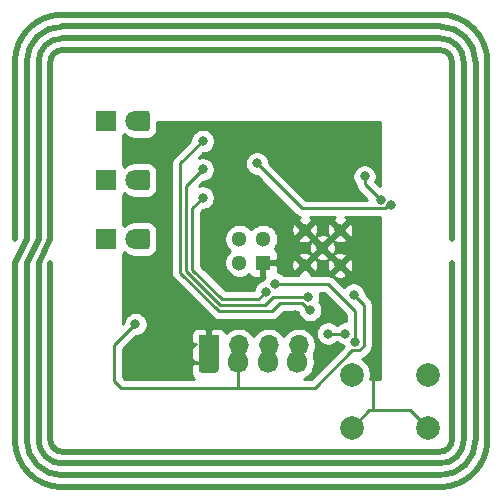
<source format=gbr>
%TF.GenerationSoftware,KiCad,Pcbnew,(5.1.9-0-10_14)*%
%TF.CreationDate,2021-04-13T08:44:54+01:00*%
%TF.ProjectId,PN532,504e3533-322e-46b6-9963-61645f706362,rev?*%
%TF.SameCoordinates,Original*%
%TF.FileFunction,Copper,L2,Bot*%
%TF.FilePolarity,Positive*%
%FSLAX46Y46*%
G04 Gerber Fmt 4.6, Leading zero omitted, Abs format (unit mm)*
G04 Created by KiCad (PCBNEW (5.1.9-0-10_14)) date 2021-04-13 08:44:54*
%MOMM*%
%LPD*%
G01*
G04 APERTURE LIST*
%TA.AperFunction,EtchedComponent*%
%ADD10C,0.500000*%
%TD*%
%TA.AperFunction,ComponentPad*%
%ADD11C,0.500000*%
%TD*%
%TA.AperFunction,ComponentPad*%
%ADD12C,1.800000*%
%TD*%
%TA.AperFunction,ComponentPad*%
%ADD13R,1.800000X1.800000*%
%TD*%
%TA.AperFunction,ComponentPad*%
%ADD14C,2.000000*%
%TD*%
%TA.AperFunction,ComponentPad*%
%ADD15C,1.000000*%
%TD*%
%TA.AperFunction,ComponentPad*%
%ADD16C,1.300000*%
%TD*%
%TA.AperFunction,ComponentPad*%
%ADD17R,1.300000X1.300000*%
%TD*%
%TA.AperFunction,ComponentPad*%
%ADD18O,1.700000X1.850000*%
%TD*%
%TA.AperFunction,ComponentPad*%
%ADD19O,1.700000X1.700000*%
%TD*%
%TA.AperFunction,ComponentPad*%
%ADD20R,1.700000X1.700000*%
%TD*%
%TA.AperFunction,ViaPad*%
%ADD21C,0.800000*%
%TD*%
%TA.AperFunction,Conductor*%
%ADD22C,0.250000*%
%TD*%
%TA.AperFunction,Conductor*%
%ADD23C,0.254000*%
%TD*%
%TA.AperFunction,Conductor*%
%ADD24C,0.100000*%
%TD*%
G04 APERTURE END LIST*
D10*
%TO.C,A1*%
X101000000Y-63000000D02*
X101000000Y-78000000D01*
X102000000Y-78000000D02*
X102000000Y-63000000D01*
X101000000Y-80000000D02*
X102000000Y-78000000D01*
X101000000Y-95000000D02*
X101000000Y-80000000D01*
X103000000Y-78000000D02*
X103000000Y-63000000D01*
X102000000Y-80000000D02*
X103000000Y-78000000D01*
X102000000Y-95000000D02*
X102000000Y-80000000D01*
X104000000Y-78000000D02*
X104000000Y-63000000D01*
X103000000Y-80000000D02*
X104000000Y-78000000D01*
X103000000Y-95000000D02*
X103000000Y-80000000D01*
X104000000Y-95000000D02*
X104000000Y-80000000D01*
X137000000Y-62000000D02*
X105000000Y-62000000D01*
X138000000Y-63000000D02*
X138000000Y-78000000D01*
X138000000Y-95000000D02*
X138000000Y-80000000D01*
X105000000Y-96000000D02*
X137000000Y-96000000D01*
X137000000Y-61000000D02*
X105000000Y-61000000D01*
X139000000Y-95000000D02*
X139000000Y-63000000D01*
X105000000Y-97000000D02*
X137000000Y-97000000D01*
X137000000Y-98000000D02*
X105000000Y-98000000D01*
X137000000Y-60000000D02*
X105000000Y-60000000D01*
X140000000Y-95000000D02*
X140000000Y-63000000D01*
X137000000Y-59000000D02*
X105000000Y-59000000D01*
X141000000Y-95000000D02*
X141000000Y-63000000D01*
X105000000Y-99000000D02*
X137000000Y-99000000D01*
X105000000Y-59000000D02*
G75*
G03*
X101000000Y-63000000I0J-4000000D01*
G01*
X105000000Y-60000000D02*
G75*
G03*
X102000000Y-63000000I0J-3000000D01*
G01*
X105000000Y-61000000D02*
G75*
G03*
X103000000Y-63000000I0J-2000000D01*
G01*
X105000000Y-62000000D02*
G75*
G03*
X104000000Y-63000000I0J-1000000D01*
G01*
X101000000Y-95000000D02*
G75*
G03*
X105000000Y-99000000I4000000J0D01*
G01*
X102000000Y-95000000D02*
G75*
G03*
X105000000Y-98000000I3000000J0D01*
G01*
X103000000Y-95000000D02*
G75*
G03*
X105000000Y-97000000I2000000J0D01*
G01*
X104000000Y-95000000D02*
G75*
G03*
X105000000Y-96000000I1000000J0D01*
G01*
X141000000Y-63000000D02*
G75*
G03*
X137000000Y-59000000I-4000000J0D01*
G01*
X140000000Y-63000000D02*
G75*
G03*
X137000000Y-60000000I-3000000J0D01*
G01*
X139000000Y-63000000D02*
G75*
G03*
X137000000Y-61000000I-2000000J0D01*
G01*
X138000000Y-63000000D02*
G75*
G03*
X137000000Y-62000000I-1000000J0D01*
G01*
X137000000Y-99000000D02*
G75*
G03*
X141000000Y-95000000I0J4000000D01*
G01*
X137000000Y-98000000D02*
G75*
G03*
X140000000Y-95000000I0J3000000D01*
G01*
X137000000Y-97000000D02*
G75*
G03*
X139000000Y-95000000I0J2000000D01*
G01*
X137000000Y-96000000D02*
G75*
G03*
X138000000Y-95000000I0J1000000D01*
G01*
%TD*%
D11*
%TO.P,A1,~*%
%TO.N,N/C*%
X101000000Y-78000000D03*
X104000000Y-80000000D03*
%TO.P,A1,3*%
%TO.N,Net-(A1-Pad3)*%
X138000000Y-78000000D03*
%TO.P,A1,1*%
%TO.N,Net-(A1-Pad1)*%
X138000000Y-80000000D03*
%TO.P,A1,2*%
%TO.N,GND*%
X140000000Y-79000000D03*
%TD*%
%TO.P,D3,2*%
%TO.N,Net-(D3-Pad2)*%
%TA.AperFunction,SMDPad,CuDef*%
G36*
G01*
X111005000Y-78625626D02*
X111005000Y-77374374D01*
G75*
G02*
X111254374Y-77125000I249374J0D01*
G01*
X112180626Y-77125000D01*
G75*
G02*
X112430000Y-77374374I0J-249374D01*
G01*
X112430000Y-78625626D01*
G75*
G02*
X112180626Y-78875000I-249374J0D01*
G01*
X111254374Y-78875000D01*
G75*
G02*
X111005000Y-78625626I0J249374D01*
G01*
G37*
%TD.AperFunction*%
%TO.P,D3,1*%
%TO.N,GND*%
%TA.AperFunction,SMDPad,CuDef*%
G36*
G01*
X108030000Y-78625626D02*
X108030000Y-77374374D01*
G75*
G02*
X108279374Y-77125000I249374J0D01*
G01*
X109205626Y-77125000D01*
G75*
G02*
X109455000Y-77374374I0J-249374D01*
G01*
X109455000Y-78625626D01*
G75*
G02*
X109205626Y-78875000I-249374J0D01*
G01*
X108279374Y-78875000D01*
G75*
G02*
X108030000Y-78625626I0J249374D01*
G01*
G37*
%TD.AperFunction*%
D12*
%TO.P,D3,2*%
%TO.N,Net-(D3-Pad2)*%
X111270000Y-78000000D03*
D13*
%TO.P,D3,1*%
%TO.N,GND*%
X108730000Y-78000000D03*
%TD*%
%TO.P,D2,2*%
%TO.N,Net-(D2-Pad2)*%
%TA.AperFunction,SMDPad,CuDef*%
G36*
G01*
X111005000Y-73625626D02*
X111005000Y-72374374D01*
G75*
G02*
X111254374Y-72125000I249374J0D01*
G01*
X112180626Y-72125000D01*
G75*
G02*
X112430000Y-72374374I0J-249374D01*
G01*
X112430000Y-73625626D01*
G75*
G02*
X112180626Y-73875000I-249374J0D01*
G01*
X111254374Y-73875000D01*
G75*
G02*
X111005000Y-73625626I0J249374D01*
G01*
G37*
%TD.AperFunction*%
%TO.P,D2,1*%
%TO.N,GND*%
%TA.AperFunction,SMDPad,CuDef*%
G36*
G01*
X108030000Y-73625626D02*
X108030000Y-72374374D01*
G75*
G02*
X108279374Y-72125000I249374J0D01*
G01*
X109205626Y-72125000D01*
G75*
G02*
X109455000Y-72374374I0J-249374D01*
G01*
X109455000Y-73625626D01*
G75*
G02*
X109205626Y-73875000I-249374J0D01*
G01*
X108279374Y-73875000D01*
G75*
G02*
X108030000Y-73625626I0J249374D01*
G01*
G37*
%TD.AperFunction*%
D12*
%TO.P,D2,2*%
%TO.N,Net-(D2-Pad2)*%
X111270000Y-73000000D03*
D13*
%TO.P,D2,1*%
%TO.N,GND*%
X108730000Y-73000000D03*
%TD*%
%TO.P,D1,2*%
%TO.N,Net-(D1-Pad2)*%
%TA.AperFunction,SMDPad,CuDef*%
G36*
G01*
X111005000Y-68625626D02*
X111005000Y-67374374D01*
G75*
G02*
X111254374Y-67125000I249374J0D01*
G01*
X112180626Y-67125000D01*
G75*
G02*
X112430000Y-67374374I0J-249374D01*
G01*
X112430000Y-68625626D01*
G75*
G02*
X112180626Y-68875000I-249374J0D01*
G01*
X111254374Y-68875000D01*
G75*
G02*
X111005000Y-68625626I0J249374D01*
G01*
G37*
%TD.AperFunction*%
%TO.P,D1,1*%
%TO.N,GND*%
%TA.AperFunction,SMDPad,CuDef*%
G36*
G01*
X108030000Y-68625626D02*
X108030000Y-67374374D01*
G75*
G02*
X108279374Y-67125000I249374J0D01*
G01*
X109205626Y-67125000D01*
G75*
G02*
X109455000Y-67374374I0J-249374D01*
G01*
X109455000Y-68625626D01*
G75*
G02*
X109205626Y-68875000I-249374J0D01*
G01*
X108279374Y-68875000D01*
G75*
G02*
X108030000Y-68625626I0J249374D01*
G01*
G37*
%TD.AperFunction*%
D12*
%TO.P,D1,2*%
%TO.N,Net-(D1-Pad2)*%
X111270000Y-68000000D03*
D13*
%TO.P,D1,1*%
%TO.N,GND*%
X108730000Y-68000000D03*
%TD*%
D14*
%TO.P,SW1,1*%
%TO.N,GND*%
X129500000Y-94000000D03*
%TO.P,SW1,2*%
%TO.N,Net-(SW1-Pad2)*%
X129500000Y-89500000D03*
%TO.P,SW1,1*%
%TO.N,GND*%
X136000000Y-94000000D03*
%TO.P,SW1,2*%
%TO.N,Net-(SW1-Pad2)*%
X136000000Y-89500000D03*
%TD*%
D15*
%TO.P,U1,41*%
%TO.N,GND*%
X127025000Y-78725000D03*
X128525000Y-77225000D03*
X125525000Y-77225000D03*
X125525000Y-80225000D03*
X128525000Y-80225000D03*
%TD*%
D16*
%TO.P,J3,4*%
%TO.N,Net-(J1-Pad4)*%
X120000000Y-78000000D03*
%TO.P,J3,3*%
%TO.N,Net-(J1-Pad3)*%
X122000000Y-78000000D03*
%TO.P,J3,2*%
%TO.N,+5V*%
X120000000Y-80000000D03*
D17*
%TO.P,J3,1*%
%TO.N,GND*%
X122000000Y-80000000D03*
%TD*%
D18*
%TO.P,J2,4*%
%TO.N,Net-(J1-Pad4)*%
X124900000Y-88400000D03*
%TO.P,J2,3*%
%TO.N,Net-(J1-Pad3)*%
X122400000Y-88400000D03*
%TO.P,J2,2*%
%TO.N,+5V*%
X119900000Y-88400000D03*
%TO.P,J2,1*%
%TO.N,GND*%
%TA.AperFunction,ComponentPad*%
G36*
G01*
X116550000Y-89075000D02*
X116550000Y-87725000D01*
G75*
G02*
X116800000Y-87475000I250000J0D01*
G01*
X118000000Y-87475000D01*
G75*
G02*
X118250000Y-87725000I0J-250000D01*
G01*
X118250000Y-89075000D01*
G75*
G02*
X118000000Y-89325000I-250000J0D01*
G01*
X116800000Y-89325000D01*
G75*
G02*
X116550000Y-89075000I0J250000D01*
G01*
G37*
%TD.AperFunction*%
%TD*%
D19*
%TO.P,J1,4*%
%TO.N,Net-(J1-Pad4)*%
X125020000Y-87000000D03*
%TO.P,J1,3*%
%TO.N,Net-(J1-Pad3)*%
X122480000Y-87000000D03*
%TO.P,J1,2*%
%TO.N,+5V*%
X119940000Y-87000000D03*
D20*
%TO.P,J1,1*%
%TO.N,GND*%
X117400000Y-87000000D03*
%TD*%
D21*
%TO.N,GND*%
X121500000Y-74800000D03*
X119000000Y-71600000D03*
X130300000Y-70900000D03*
X123900000Y-70900000D03*
X127300000Y-84400000D03*
X116200000Y-84400000D03*
X117400000Y-79800000D03*
X117400000Y-77600000D03*
X124700000Y-84425019D03*
X111200000Y-82800000D03*
X131300000Y-88300000D03*
%TO.N,+3V3*%
X127524978Y-86000000D03*
X128974990Y-85997837D03*
%TO.N,Net-(C8-Pad1)*%
X131960017Y-74687469D03*
X130600000Y-72700000D03*
%TO.N,+5V*%
X129674990Y-82700000D03*
X111200000Y-85200000D03*
%TO.N,Net-(R5-Pad1)*%
X126000000Y-84000000D03*
X116900000Y-69700000D03*
%TO.N,Net-(R6-Pad1)*%
X125830838Y-82926864D03*
X116900000Y-72100000D03*
%TO.N,Net-(R7-Pad1)*%
X122240453Y-82450130D03*
X116900000Y-74500000D03*
%TO.N,Net-(C10-Pad1)*%
X132876425Y-75137480D03*
X121500000Y-71600000D03*
%TO.N,Net-(SW1-Pad2)*%
X123000168Y-81799856D03*
X129800000Y-86700000D03*
%TD*%
D22*
%TO.N,GND*%
X129500000Y-94000000D02*
X131012660Y-92487340D01*
X134487340Y-92487340D02*
X136000000Y-94000000D01*
X131300000Y-92474680D02*
X131312660Y-92487340D01*
X131300000Y-88300000D02*
X131300000Y-92474680D01*
X131312660Y-92487340D02*
X134487340Y-92487340D01*
X131012660Y-92487340D02*
X131312660Y-92487340D01*
%TO.N,+3V3*%
X127527141Y-85997837D02*
X127524978Y-86000000D01*
X128974990Y-85997837D02*
X127527141Y-85997837D01*
%TO.N,Net-(C8-Pad1)*%
X130600000Y-73327452D02*
X131960017Y-74687469D01*
X130600000Y-72700000D02*
X130600000Y-73327452D01*
%TO.N,+5V*%
X110000000Y-90600000D02*
X109400000Y-90000000D01*
X109400000Y-87000000D02*
X111200000Y-85200000D01*
X109400000Y-90000000D02*
X109400000Y-87000000D01*
X119900000Y-88400000D02*
X119900000Y-90600000D01*
X119900000Y-90600000D02*
X110000000Y-90600000D01*
X130525002Y-83550012D02*
X130525002Y-87048002D01*
X130148002Y-87425002D02*
X129574998Y-87425002D01*
X126400000Y-90600000D02*
X119900000Y-90600000D01*
X129674990Y-82700000D02*
X130525002Y-83550012D01*
X129574998Y-87425002D02*
X126400000Y-90600000D01*
X130525002Y-87048002D02*
X130148002Y-87425002D01*
%TO.N,Net-(R5-Pad1)*%
X125878654Y-84000000D02*
X126000000Y-84000000D01*
X125278654Y-83400000D02*
X125878654Y-84000000D01*
X118273002Y-84126998D02*
X122726998Y-84126998D01*
X122726998Y-84126998D02*
X123453996Y-83400000D01*
X123453996Y-83400000D02*
X125278654Y-83400000D01*
X115000000Y-80853996D02*
X118273002Y-84126998D01*
X115000000Y-72400000D02*
X115000000Y-71600000D01*
X115000000Y-71600000D02*
X116900000Y-69700000D01*
X115000000Y-72400000D02*
X115000000Y-80853996D01*
%TO.N,Net-(R6-Pad1)*%
X125830838Y-82926864D02*
X122873136Y-82926864D01*
X118382414Y-83600000D02*
X115500000Y-80717586D01*
X122873136Y-82926864D02*
X122200000Y-83600000D01*
X122200000Y-83600000D02*
X118382414Y-83600000D01*
X115500000Y-80717586D02*
X115500000Y-73800000D01*
X115500000Y-73500000D02*
X116900000Y-72100000D01*
X115500000Y-73800000D02*
X115500000Y-73500000D01*
%TO.N,Net-(R7-Pad1)*%
X118518824Y-83100000D02*
X116000000Y-80581176D01*
X121590583Y-83100000D02*
X118518824Y-83100000D01*
X122240453Y-82450130D02*
X121590583Y-83100000D01*
X116000000Y-75400000D02*
X116900000Y-74500000D01*
X116000000Y-80581176D02*
X116000000Y-76000000D01*
X116000000Y-76000000D02*
X116000000Y-75400000D01*
%TO.N,Net-(C10-Pad1)*%
X125312470Y-75412470D02*
X121500000Y-71600000D01*
X132308018Y-75412470D02*
X125312470Y-75412470D01*
X132583008Y-75137480D02*
X132308018Y-75412470D01*
X132876425Y-75137480D02*
X132583008Y-75137480D01*
X121500000Y-71600000D02*
X121500000Y-71600000D01*
%TO.N,Net-(SW1-Pad2)*%
X123000168Y-81799856D02*
X127499856Y-81799856D01*
X129800000Y-84100000D02*
X129800000Y-86700000D01*
X127499856Y-81799856D02*
X129800000Y-84100000D01*
%TD*%
D23*
%TO.N,GND*%
X131873000Y-73525650D02*
X131523180Y-73175831D01*
X131595226Y-73001898D01*
X131635000Y-72801939D01*
X131635000Y-72598061D01*
X131595226Y-72398102D01*
X131517205Y-72209744D01*
X131403937Y-72040226D01*
X131259774Y-71896063D01*
X131090256Y-71782795D01*
X130901898Y-71704774D01*
X130701939Y-71665000D01*
X130498061Y-71665000D01*
X130298102Y-71704774D01*
X130109744Y-71782795D01*
X129940226Y-71896063D01*
X129796063Y-72040226D01*
X129682795Y-72209744D01*
X129604774Y-72398102D01*
X129565000Y-72598061D01*
X129565000Y-72801939D01*
X129604774Y-73001898D01*
X129682795Y-73190256D01*
X129796063Y-73359774D01*
X129844253Y-73407964D01*
X129850997Y-73476438D01*
X129894454Y-73619699D01*
X129919037Y-73665688D01*
X129965026Y-73751728D01*
X130035280Y-73837332D01*
X130060000Y-73867453D01*
X130088998Y-73891251D01*
X130850216Y-74652470D01*
X125627272Y-74652470D01*
X122535000Y-71560199D01*
X122535000Y-71498061D01*
X122495226Y-71298102D01*
X122417205Y-71109744D01*
X122303937Y-70940226D01*
X122159774Y-70796063D01*
X121990256Y-70682795D01*
X121801898Y-70604774D01*
X121601939Y-70565000D01*
X121398061Y-70565000D01*
X121198102Y-70604774D01*
X121009744Y-70682795D01*
X120840226Y-70796063D01*
X120696063Y-70940226D01*
X120582795Y-71109744D01*
X120504774Y-71298102D01*
X120465000Y-71498061D01*
X120465000Y-71701939D01*
X120504774Y-71901898D01*
X120582795Y-72090256D01*
X120696063Y-72259774D01*
X120840226Y-72403937D01*
X121009744Y-72517205D01*
X121198102Y-72595226D01*
X121398061Y-72635000D01*
X121460199Y-72635000D01*
X124748671Y-75923473D01*
X124772469Y-75952471D01*
X124888194Y-76047444D01*
X125020223Y-76118016D01*
X125143899Y-76155532D01*
X125013560Y-76205613D01*
X124961550Y-76233412D01*
X124926439Y-76446834D01*
X125525000Y-77045395D01*
X126123561Y-76446834D01*
X126088450Y-76233412D01*
X125951452Y-76172470D01*
X128099817Y-76172470D01*
X128013560Y-76205613D01*
X127961550Y-76233412D01*
X127926439Y-76446834D01*
X128525000Y-77045395D01*
X129123561Y-76446834D01*
X129088450Y-76233412D01*
X128951452Y-76172470D01*
X131873000Y-76172470D01*
X131873000Y-89873000D01*
X131092837Y-89873000D01*
X131135000Y-89661033D01*
X131135000Y-89338967D01*
X131072168Y-89023088D01*
X130948918Y-88725537D01*
X130769987Y-88457748D01*
X130542252Y-88230013D01*
X130408022Y-88140324D01*
X130440249Y-88130548D01*
X130572278Y-88059976D01*
X130688003Y-87965003D01*
X130711806Y-87935999D01*
X131035999Y-87611806D01*
X131065003Y-87588003D01*
X131159976Y-87472278D01*
X131230548Y-87340249D01*
X131274005Y-87196988D01*
X131285002Y-87085335D01*
X131288679Y-87048002D01*
X131285002Y-87010669D01*
X131285002Y-83587334D01*
X131288678Y-83550011D01*
X131285002Y-83512688D01*
X131285002Y-83512679D01*
X131274005Y-83401026D01*
X131230548Y-83257765D01*
X131159976Y-83125736D01*
X131129825Y-83088997D01*
X131088801Y-83039008D01*
X131088797Y-83039004D01*
X131065003Y-83010011D01*
X131036011Y-82986218D01*
X130709990Y-82660198D01*
X130709990Y-82598061D01*
X130670216Y-82398102D01*
X130592195Y-82209744D01*
X130478927Y-82040226D01*
X130334764Y-81896063D01*
X130165246Y-81782795D01*
X129976888Y-81704774D01*
X129776929Y-81665000D01*
X129573051Y-81665000D01*
X129373092Y-81704774D01*
X129184734Y-81782795D01*
X129015216Y-81896063D01*
X128871053Y-82040226D01*
X128848612Y-82073811D01*
X128063660Y-81288859D01*
X128039857Y-81259855D01*
X128017419Y-81241441D01*
X128165826Y-81307458D01*
X128383905Y-81356731D01*
X128607406Y-81362511D01*
X128827740Y-81324577D01*
X129036440Y-81244387D01*
X129088450Y-81216588D01*
X129123561Y-81003166D01*
X128525000Y-80404605D01*
X127926439Y-81003166D01*
X127957556Y-81192313D01*
X127924132Y-81164882D01*
X127792103Y-81094310D01*
X127648842Y-81050853D01*
X127537189Y-81039856D01*
X127537178Y-81039856D01*
X127499856Y-81036180D01*
X127462534Y-81039856D01*
X126117525Y-81039856D01*
X126123561Y-81003166D01*
X125525000Y-80404605D01*
X124926439Y-81003166D01*
X124932475Y-81039856D01*
X123703879Y-81039856D01*
X123659942Y-80995919D01*
X123490424Y-80882651D01*
X123302066Y-80804630D01*
X123268681Y-80797989D01*
X123275812Y-80774482D01*
X123288072Y-80650000D01*
X123285183Y-80307406D01*
X124387489Y-80307406D01*
X124425423Y-80527740D01*
X124505613Y-80736440D01*
X124533412Y-80788450D01*
X124746834Y-80823561D01*
X125345395Y-80225000D01*
X125704605Y-80225000D01*
X126303166Y-80823561D01*
X126516588Y-80788450D01*
X126607458Y-80584174D01*
X126656731Y-80366095D01*
X126662511Y-80142594D01*
X126624577Y-79922260D01*
X126562868Y-79761658D01*
X126665826Y-79807458D01*
X126883905Y-79856731D01*
X127107406Y-79862511D01*
X127327740Y-79824577D01*
X127488342Y-79762868D01*
X127442542Y-79865826D01*
X127393269Y-80083905D01*
X127387489Y-80307406D01*
X127425423Y-80527740D01*
X127505613Y-80736440D01*
X127533412Y-80788450D01*
X127746834Y-80823561D01*
X128345395Y-80225000D01*
X128704605Y-80225000D01*
X129303166Y-80823561D01*
X129516588Y-80788450D01*
X129607458Y-80584174D01*
X129656731Y-80366095D01*
X129662511Y-80142594D01*
X129624577Y-79922260D01*
X129544387Y-79713560D01*
X129516588Y-79661550D01*
X129303166Y-79626439D01*
X128704605Y-80225000D01*
X128345395Y-80225000D01*
X127746834Y-79626439D01*
X127599287Y-79650713D01*
X127623561Y-79503166D01*
X127025000Y-78904605D01*
X126426439Y-79503166D01*
X126450713Y-79650713D01*
X126303166Y-79626439D01*
X125704605Y-80225000D01*
X125345395Y-80225000D01*
X124746834Y-79626439D01*
X124533412Y-79661550D01*
X124442542Y-79865826D01*
X124393269Y-80083905D01*
X124387489Y-80307406D01*
X123285183Y-80307406D01*
X123285000Y-80285750D01*
X123126250Y-80127000D01*
X122127000Y-80127000D01*
X122127000Y-81126250D01*
X122174041Y-81173291D01*
X122082963Y-81309600D01*
X122030338Y-81436647D01*
X121938555Y-81454904D01*
X121750197Y-81532925D01*
X121580679Y-81646193D01*
X121436516Y-81790356D01*
X121323248Y-81959874D01*
X121245227Y-82148232D01*
X121207082Y-82340000D01*
X118833626Y-82340000D01*
X116760000Y-80266375D01*
X116760000Y-77873439D01*
X118715000Y-77873439D01*
X118715000Y-78126561D01*
X118764381Y-78374821D01*
X118861247Y-78608676D01*
X119001875Y-78819140D01*
X119180860Y-78998125D01*
X119183666Y-79000000D01*
X119180860Y-79001875D01*
X119001875Y-79180860D01*
X118861247Y-79391324D01*
X118764381Y-79625179D01*
X118715000Y-79873439D01*
X118715000Y-80126561D01*
X118764381Y-80374821D01*
X118861247Y-80608676D01*
X119001875Y-80819140D01*
X119180860Y-80998125D01*
X119391324Y-81138753D01*
X119625179Y-81235619D01*
X119873439Y-81285000D01*
X120126561Y-81285000D01*
X120374821Y-81235619D01*
X120608676Y-81138753D01*
X120816870Y-80999642D01*
X120819463Y-81004494D01*
X120898815Y-81101185D01*
X120995506Y-81180537D01*
X121105820Y-81239502D01*
X121225518Y-81275812D01*
X121350000Y-81288072D01*
X121714250Y-81285000D01*
X121873000Y-81126250D01*
X121873000Y-80127000D01*
X121853000Y-80127000D01*
X121853000Y-79873000D01*
X121873000Y-79873000D01*
X121873000Y-79853000D01*
X122127000Y-79853000D01*
X122127000Y-79873000D01*
X123126250Y-79873000D01*
X123285000Y-79714250D01*
X123288072Y-79350000D01*
X123275812Y-79225518D01*
X123239502Y-79105820D01*
X123180537Y-78995506D01*
X123101185Y-78898815D01*
X123004494Y-78819463D01*
X122999642Y-78816870D01*
X123138753Y-78608676D01*
X123235619Y-78374821D01*
X123285000Y-78126561D01*
X123285000Y-78003166D01*
X124926439Y-78003166D01*
X124961550Y-78216588D01*
X125165826Y-78307458D01*
X125383905Y-78356731D01*
X125607406Y-78362511D01*
X125827740Y-78324577D01*
X125988342Y-78262868D01*
X125942542Y-78365826D01*
X125893269Y-78583905D01*
X125887489Y-78807406D01*
X125925423Y-79027740D01*
X125987132Y-79188342D01*
X125884174Y-79142542D01*
X125666095Y-79093269D01*
X125442594Y-79087489D01*
X125222260Y-79125423D01*
X125013560Y-79205613D01*
X124961550Y-79233412D01*
X124926439Y-79446834D01*
X125525000Y-80045395D01*
X126123561Y-79446834D01*
X126099287Y-79299287D01*
X126246834Y-79323561D01*
X126845395Y-78725000D01*
X127204605Y-78725000D01*
X127803166Y-79323561D01*
X127950713Y-79299287D01*
X127926439Y-79446834D01*
X128525000Y-80045395D01*
X129123561Y-79446834D01*
X129088450Y-79233412D01*
X128884174Y-79142542D01*
X128666095Y-79093269D01*
X128442594Y-79087489D01*
X128222260Y-79125423D01*
X128061658Y-79187132D01*
X128107458Y-79084174D01*
X128156731Y-78866095D01*
X128162511Y-78642594D01*
X128124577Y-78422260D01*
X128062868Y-78261658D01*
X128165826Y-78307458D01*
X128383905Y-78356731D01*
X128607406Y-78362511D01*
X128827740Y-78324577D01*
X129036440Y-78244387D01*
X129088450Y-78216588D01*
X129123561Y-78003166D01*
X128525000Y-77404605D01*
X127926439Y-78003166D01*
X127950713Y-78150713D01*
X127803166Y-78126439D01*
X127204605Y-78725000D01*
X126845395Y-78725000D01*
X126246834Y-78126439D01*
X126099287Y-78150713D01*
X126123561Y-78003166D01*
X125525000Y-77404605D01*
X124926439Y-78003166D01*
X123285000Y-78003166D01*
X123285000Y-77873439D01*
X123235619Y-77625179D01*
X123138753Y-77391324D01*
X123082681Y-77307406D01*
X124387489Y-77307406D01*
X124425423Y-77527740D01*
X124505613Y-77736440D01*
X124533412Y-77788450D01*
X124746834Y-77823561D01*
X125345395Y-77225000D01*
X125704605Y-77225000D01*
X126303166Y-77823561D01*
X126450713Y-77799287D01*
X126426439Y-77946834D01*
X127025000Y-78545395D01*
X127623561Y-77946834D01*
X127599287Y-77799287D01*
X127746834Y-77823561D01*
X128345395Y-77225000D01*
X128704605Y-77225000D01*
X129303166Y-77823561D01*
X129516588Y-77788450D01*
X129607458Y-77584174D01*
X129656731Y-77366095D01*
X129662511Y-77142594D01*
X129624577Y-76922260D01*
X129544387Y-76713560D01*
X129516588Y-76661550D01*
X129303166Y-76626439D01*
X128704605Y-77225000D01*
X128345395Y-77225000D01*
X127746834Y-76626439D01*
X127533412Y-76661550D01*
X127442542Y-76865826D01*
X127393269Y-77083905D01*
X127387489Y-77307406D01*
X127425423Y-77527740D01*
X127487132Y-77688342D01*
X127384174Y-77642542D01*
X127166095Y-77593269D01*
X126942594Y-77587489D01*
X126722260Y-77625423D01*
X126561658Y-77687132D01*
X126607458Y-77584174D01*
X126656731Y-77366095D01*
X126662511Y-77142594D01*
X126624577Y-76922260D01*
X126544387Y-76713560D01*
X126516588Y-76661550D01*
X126303166Y-76626439D01*
X125704605Y-77225000D01*
X125345395Y-77225000D01*
X124746834Y-76626439D01*
X124533412Y-76661550D01*
X124442542Y-76865826D01*
X124393269Y-77083905D01*
X124387489Y-77307406D01*
X123082681Y-77307406D01*
X122998125Y-77180860D01*
X122819140Y-77001875D01*
X122608676Y-76861247D01*
X122374821Y-76764381D01*
X122126561Y-76715000D01*
X121873439Y-76715000D01*
X121625179Y-76764381D01*
X121391324Y-76861247D01*
X121180860Y-77001875D01*
X121001875Y-77180860D01*
X121000000Y-77183666D01*
X120998125Y-77180860D01*
X120819140Y-77001875D01*
X120608676Y-76861247D01*
X120374821Y-76764381D01*
X120126561Y-76715000D01*
X119873439Y-76715000D01*
X119625179Y-76764381D01*
X119391324Y-76861247D01*
X119180860Y-77001875D01*
X119001875Y-77180860D01*
X118861247Y-77391324D01*
X118764381Y-77625179D01*
X118715000Y-77873439D01*
X116760000Y-77873439D01*
X116760000Y-75714801D01*
X116939801Y-75535000D01*
X117001939Y-75535000D01*
X117201898Y-75495226D01*
X117390256Y-75417205D01*
X117559774Y-75303937D01*
X117703937Y-75159774D01*
X117817205Y-74990256D01*
X117895226Y-74801898D01*
X117935000Y-74601939D01*
X117935000Y-74398061D01*
X117895226Y-74198102D01*
X117817205Y-74009744D01*
X117703937Y-73840226D01*
X117559774Y-73696063D01*
X117390256Y-73582795D01*
X117201898Y-73504774D01*
X117001939Y-73465000D01*
X116798061Y-73465000D01*
X116598102Y-73504774D01*
X116550175Y-73524626D01*
X116939802Y-73135000D01*
X117001939Y-73135000D01*
X117201898Y-73095226D01*
X117390256Y-73017205D01*
X117559774Y-72903937D01*
X117703937Y-72759774D01*
X117817205Y-72590256D01*
X117895226Y-72401898D01*
X117935000Y-72201939D01*
X117935000Y-71998061D01*
X117895226Y-71798102D01*
X117817205Y-71609744D01*
X117703937Y-71440226D01*
X117559774Y-71296063D01*
X117390256Y-71182795D01*
X117201898Y-71104774D01*
X117001939Y-71065000D01*
X116798061Y-71065000D01*
X116598102Y-71104774D01*
X116550176Y-71124626D01*
X116939802Y-70735000D01*
X117001939Y-70735000D01*
X117201898Y-70695226D01*
X117390256Y-70617205D01*
X117559774Y-70503937D01*
X117703937Y-70359774D01*
X117817205Y-70190256D01*
X117895226Y-70001898D01*
X117935000Y-69801939D01*
X117935000Y-69598061D01*
X117895226Y-69398102D01*
X117817205Y-69209744D01*
X117703937Y-69040226D01*
X117559774Y-68896063D01*
X117390256Y-68782795D01*
X117201898Y-68704774D01*
X117001939Y-68665000D01*
X116798061Y-68665000D01*
X116598102Y-68704774D01*
X116409744Y-68782795D01*
X116240226Y-68896063D01*
X116096063Y-69040226D01*
X115982795Y-69209744D01*
X115904774Y-69398102D01*
X115865000Y-69598061D01*
X115865000Y-69660198D01*
X114488998Y-71036201D01*
X114460000Y-71059999D01*
X114436202Y-71088997D01*
X114436201Y-71088998D01*
X114365026Y-71175724D01*
X114294454Y-71307754D01*
X114285788Y-71336324D01*
X114250997Y-71451014D01*
X114240000Y-71562667D01*
X114240000Y-71562678D01*
X114236324Y-71600000D01*
X114240000Y-71637322D01*
X114240000Y-72362668D01*
X114240001Y-80816664D01*
X114236324Y-80853996D01*
X114240001Y-80891329D01*
X114250998Y-81002982D01*
X114253076Y-81009832D01*
X114294454Y-81146242D01*
X114365026Y-81278272D01*
X114434160Y-81362511D01*
X114460000Y-81393997D01*
X114488998Y-81417795D01*
X117709203Y-84638001D01*
X117733001Y-84666999D01*
X117848726Y-84761972D01*
X117980755Y-84832544D01*
X118124016Y-84876001D01*
X118235669Y-84886998D01*
X118235679Y-84886998D01*
X118273002Y-84890674D01*
X118310325Y-84886998D01*
X122689676Y-84886998D01*
X122726998Y-84890674D01*
X122764320Y-84886998D01*
X122764331Y-84886998D01*
X122875984Y-84876001D01*
X123019245Y-84832544D01*
X123151274Y-84761972D01*
X123266999Y-84666999D01*
X123290801Y-84637996D01*
X123768798Y-84160000D01*
X124963853Y-84160000D01*
X124979701Y-84175849D01*
X125004774Y-84301898D01*
X125082795Y-84490256D01*
X125196063Y-84659774D01*
X125340226Y-84803937D01*
X125509744Y-84917205D01*
X125698102Y-84995226D01*
X125898061Y-85035000D01*
X126101939Y-85035000D01*
X126301898Y-84995226D01*
X126490256Y-84917205D01*
X126659774Y-84803937D01*
X126803937Y-84659774D01*
X126917205Y-84490256D01*
X126995226Y-84301898D01*
X127035000Y-84101939D01*
X127035000Y-83898061D01*
X126995226Y-83698102D01*
X126917205Y-83509744D01*
X126803937Y-83340226D01*
X126786936Y-83323225D01*
X126826064Y-83228762D01*
X126865838Y-83028803D01*
X126865838Y-82824925D01*
X126826064Y-82624966D01*
X126799094Y-82559856D01*
X127185055Y-82559856D01*
X129040000Y-84414802D01*
X129040000Y-84962837D01*
X128873051Y-84962837D01*
X128673092Y-85002611D01*
X128484734Y-85080632D01*
X128315216Y-85193900D01*
X128271279Y-85237837D01*
X128226526Y-85237837D01*
X128184752Y-85196063D01*
X128015234Y-85082795D01*
X127826876Y-85004774D01*
X127626917Y-84965000D01*
X127423039Y-84965000D01*
X127223080Y-85004774D01*
X127034722Y-85082795D01*
X126865204Y-85196063D01*
X126721041Y-85340226D01*
X126607773Y-85509744D01*
X126529752Y-85698102D01*
X126489978Y-85898061D01*
X126489978Y-86101939D01*
X126529752Y-86301898D01*
X126607773Y-86490256D01*
X126721041Y-86659774D01*
X126865204Y-86803937D01*
X127034722Y-86917205D01*
X127223080Y-86995226D01*
X127423039Y-87035000D01*
X127626917Y-87035000D01*
X127826876Y-86995226D01*
X128015234Y-86917205D01*
X128184752Y-86803937D01*
X128230852Y-86757837D01*
X128271279Y-86757837D01*
X128315216Y-86801774D01*
X128484734Y-86915042D01*
X128673092Y-86993063D01*
X128812610Y-87020815D01*
X128839490Y-87085708D01*
X126085199Y-89840000D01*
X125496476Y-89840000D01*
X125729014Y-89715706D01*
X125955134Y-89530134D01*
X126140706Y-89304013D01*
X126278599Y-89046033D01*
X126363513Y-88766110D01*
X126385000Y-88547949D01*
X126385000Y-88252050D01*
X126363513Y-88033889D01*
X126285971Y-87778269D01*
X126335990Y-87703411D01*
X126447932Y-87433158D01*
X126505000Y-87146260D01*
X126505000Y-86853740D01*
X126447932Y-86566842D01*
X126335990Y-86296589D01*
X126173475Y-86053368D01*
X125966632Y-85846525D01*
X125723411Y-85684010D01*
X125453158Y-85572068D01*
X125166260Y-85515000D01*
X124873740Y-85515000D01*
X124586842Y-85572068D01*
X124316589Y-85684010D01*
X124073368Y-85846525D01*
X123866525Y-86053368D01*
X123750000Y-86227760D01*
X123633475Y-86053368D01*
X123426632Y-85846525D01*
X123183411Y-85684010D01*
X122913158Y-85572068D01*
X122626260Y-85515000D01*
X122333740Y-85515000D01*
X122046842Y-85572068D01*
X121776589Y-85684010D01*
X121533368Y-85846525D01*
X121326525Y-86053368D01*
X121210000Y-86227760D01*
X121093475Y-86053368D01*
X120886632Y-85846525D01*
X120643411Y-85684010D01*
X120373158Y-85572068D01*
X120086260Y-85515000D01*
X119793740Y-85515000D01*
X119506842Y-85572068D01*
X119236589Y-85684010D01*
X118993368Y-85846525D01*
X118861513Y-85978380D01*
X118839502Y-85905820D01*
X118780537Y-85795506D01*
X118701185Y-85698815D01*
X118604494Y-85619463D01*
X118494180Y-85560498D01*
X118374482Y-85524188D01*
X118250000Y-85511928D01*
X117685750Y-85515000D01*
X117527000Y-85673750D01*
X117527000Y-86873000D01*
X117547000Y-86873000D01*
X117547000Y-86978750D01*
X117527000Y-86998750D01*
X117527000Y-88326250D01*
X117547000Y-88346250D01*
X117547000Y-88527000D01*
X117527000Y-88527000D01*
X117527000Y-88547000D01*
X117273000Y-88547000D01*
X117273000Y-88527000D01*
X116073750Y-88527000D01*
X115915000Y-88685750D01*
X115911928Y-89325000D01*
X115924188Y-89449482D01*
X115960498Y-89569180D01*
X116019463Y-89679494D01*
X116098815Y-89776185D01*
X116176574Y-89840000D01*
X110314802Y-89840000D01*
X110160000Y-89685199D01*
X110160000Y-87314801D01*
X111239802Y-86235000D01*
X111301939Y-86235000D01*
X111501898Y-86195226D01*
X111611082Y-86150000D01*
X115911928Y-86150000D01*
X115915000Y-86714250D01*
X116073750Y-86873000D01*
X116347020Y-86873000D01*
X116305820Y-86885498D01*
X116195506Y-86944463D01*
X116098815Y-87023815D01*
X116019463Y-87120506D01*
X115960498Y-87230820D01*
X115956391Y-87244359D01*
X115915000Y-87285750D01*
X115914089Y-87453057D01*
X115911928Y-87475000D01*
X115912885Y-87674185D01*
X115911928Y-87850000D01*
X115913823Y-87869236D01*
X115915000Y-88114250D01*
X116073750Y-88273000D01*
X116075684Y-88273000D01*
X116098815Y-88301185D01*
X116195506Y-88380537D01*
X116305820Y-88439502D01*
X116425518Y-88475812D01*
X116550000Y-88488072D01*
X117114250Y-88485000D01*
X117273000Y-88326250D01*
X117273000Y-86998750D01*
X117147250Y-86873000D01*
X117273000Y-86873000D01*
X117273000Y-85673750D01*
X117114250Y-85515000D01*
X116550000Y-85511928D01*
X116425518Y-85524188D01*
X116305820Y-85560498D01*
X116195506Y-85619463D01*
X116098815Y-85698815D01*
X116019463Y-85795506D01*
X115960498Y-85905820D01*
X115924188Y-86025518D01*
X115911928Y-86150000D01*
X111611082Y-86150000D01*
X111690256Y-86117205D01*
X111859774Y-86003937D01*
X112003937Y-85859774D01*
X112117205Y-85690256D01*
X112195226Y-85501898D01*
X112235000Y-85301939D01*
X112235000Y-85098061D01*
X112195226Y-84898102D01*
X112117205Y-84709744D01*
X112003937Y-84540226D01*
X111859774Y-84396063D01*
X111690256Y-84282795D01*
X111501898Y-84204774D01*
X111301939Y-84165000D01*
X111098061Y-84165000D01*
X110898102Y-84204774D01*
X110709744Y-84282795D01*
X110540226Y-84396063D01*
X110396063Y-84540226D01*
X110282795Y-84709744D01*
X110204774Y-84898102D01*
X110165000Y-85098061D01*
X110165000Y-85160198D01*
X110127000Y-85198198D01*
X110127000Y-79295359D01*
X110160537Y-79254494D01*
X110219502Y-79144180D01*
X110225056Y-79125873D01*
X110291495Y-79192312D01*
X110542905Y-79360299D01*
X110822257Y-79476011D01*
X111118816Y-79535000D01*
X111421184Y-79535000D01*
X111531424Y-79513072D01*
X112180626Y-79513072D01*
X112353758Y-79496020D01*
X112520237Y-79445519D01*
X112673665Y-79363510D01*
X112808145Y-79253145D01*
X112918510Y-79118665D01*
X113000519Y-78965237D01*
X113051020Y-78798758D01*
X113068072Y-78625626D01*
X113068072Y-77374374D01*
X113051020Y-77201242D01*
X113000519Y-77034763D01*
X112918510Y-76881335D01*
X112808145Y-76746855D01*
X112673665Y-76636490D01*
X112520237Y-76554481D01*
X112353758Y-76503980D01*
X112180626Y-76486928D01*
X111531424Y-76486928D01*
X111421184Y-76465000D01*
X111118816Y-76465000D01*
X110822257Y-76523989D01*
X110542905Y-76639701D01*
X110291495Y-76807688D01*
X110225056Y-76874127D01*
X110219502Y-76855820D01*
X110160537Y-76745506D01*
X110127000Y-76704641D01*
X110127000Y-74295359D01*
X110160537Y-74254494D01*
X110219502Y-74144180D01*
X110225056Y-74125873D01*
X110291495Y-74192312D01*
X110542905Y-74360299D01*
X110822257Y-74476011D01*
X111118816Y-74535000D01*
X111421184Y-74535000D01*
X111531424Y-74513072D01*
X112180626Y-74513072D01*
X112353758Y-74496020D01*
X112520237Y-74445519D01*
X112673665Y-74363510D01*
X112808145Y-74253145D01*
X112918510Y-74118665D01*
X113000519Y-73965237D01*
X113051020Y-73798758D01*
X113068072Y-73625626D01*
X113068072Y-72374374D01*
X113051020Y-72201242D01*
X113000519Y-72034763D01*
X112918510Y-71881335D01*
X112808145Y-71746855D01*
X112673665Y-71636490D01*
X112520237Y-71554481D01*
X112353758Y-71503980D01*
X112180626Y-71486928D01*
X111531424Y-71486928D01*
X111421184Y-71465000D01*
X111118816Y-71465000D01*
X110822257Y-71523989D01*
X110542905Y-71639701D01*
X110291495Y-71807688D01*
X110225056Y-71874127D01*
X110219502Y-71855820D01*
X110160537Y-71745506D01*
X110127000Y-71704641D01*
X110127000Y-69295359D01*
X110160537Y-69254494D01*
X110219502Y-69144180D01*
X110225056Y-69125873D01*
X110291495Y-69192312D01*
X110542905Y-69360299D01*
X110822257Y-69476011D01*
X111118816Y-69535000D01*
X111421184Y-69535000D01*
X111531424Y-69513072D01*
X112180626Y-69513072D01*
X112353758Y-69496020D01*
X112520237Y-69445519D01*
X112673665Y-69363510D01*
X112808145Y-69253145D01*
X112918510Y-69118665D01*
X113000519Y-68965237D01*
X113051020Y-68798758D01*
X113068072Y-68625626D01*
X113068072Y-68127000D01*
X131873000Y-68127000D01*
X131873000Y-73525650D01*
%TA.AperFunction,Conductor*%
D24*
G36*
X131873000Y-73525650D02*
G01*
X131523180Y-73175831D01*
X131595226Y-73001898D01*
X131635000Y-72801939D01*
X131635000Y-72598061D01*
X131595226Y-72398102D01*
X131517205Y-72209744D01*
X131403937Y-72040226D01*
X131259774Y-71896063D01*
X131090256Y-71782795D01*
X130901898Y-71704774D01*
X130701939Y-71665000D01*
X130498061Y-71665000D01*
X130298102Y-71704774D01*
X130109744Y-71782795D01*
X129940226Y-71896063D01*
X129796063Y-72040226D01*
X129682795Y-72209744D01*
X129604774Y-72398102D01*
X129565000Y-72598061D01*
X129565000Y-72801939D01*
X129604774Y-73001898D01*
X129682795Y-73190256D01*
X129796063Y-73359774D01*
X129844253Y-73407964D01*
X129850997Y-73476438D01*
X129894454Y-73619699D01*
X129919037Y-73665688D01*
X129965026Y-73751728D01*
X130035280Y-73837332D01*
X130060000Y-73867453D01*
X130088998Y-73891251D01*
X130850216Y-74652470D01*
X125627272Y-74652470D01*
X122535000Y-71560199D01*
X122535000Y-71498061D01*
X122495226Y-71298102D01*
X122417205Y-71109744D01*
X122303937Y-70940226D01*
X122159774Y-70796063D01*
X121990256Y-70682795D01*
X121801898Y-70604774D01*
X121601939Y-70565000D01*
X121398061Y-70565000D01*
X121198102Y-70604774D01*
X121009744Y-70682795D01*
X120840226Y-70796063D01*
X120696063Y-70940226D01*
X120582795Y-71109744D01*
X120504774Y-71298102D01*
X120465000Y-71498061D01*
X120465000Y-71701939D01*
X120504774Y-71901898D01*
X120582795Y-72090256D01*
X120696063Y-72259774D01*
X120840226Y-72403937D01*
X121009744Y-72517205D01*
X121198102Y-72595226D01*
X121398061Y-72635000D01*
X121460199Y-72635000D01*
X124748671Y-75923473D01*
X124772469Y-75952471D01*
X124888194Y-76047444D01*
X125020223Y-76118016D01*
X125143899Y-76155532D01*
X125013560Y-76205613D01*
X124961550Y-76233412D01*
X124926439Y-76446834D01*
X125525000Y-77045395D01*
X126123561Y-76446834D01*
X126088450Y-76233412D01*
X125951452Y-76172470D01*
X128099817Y-76172470D01*
X128013560Y-76205613D01*
X127961550Y-76233412D01*
X127926439Y-76446834D01*
X128525000Y-77045395D01*
X129123561Y-76446834D01*
X129088450Y-76233412D01*
X128951452Y-76172470D01*
X131873000Y-76172470D01*
X131873000Y-89873000D01*
X131092837Y-89873000D01*
X131135000Y-89661033D01*
X131135000Y-89338967D01*
X131072168Y-89023088D01*
X130948918Y-88725537D01*
X130769987Y-88457748D01*
X130542252Y-88230013D01*
X130408022Y-88140324D01*
X130440249Y-88130548D01*
X130572278Y-88059976D01*
X130688003Y-87965003D01*
X130711806Y-87935999D01*
X131035999Y-87611806D01*
X131065003Y-87588003D01*
X131159976Y-87472278D01*
X131230548Y-87340249D01*
X131274005Y-87196988D01*
X131285002Y-87085335D01*
X131288679Y-87048002D01*
X131285002Y-87010669D01*
X131285002Y-83587334D01*
X131288678Y-83550011D01*
X131285002Y-83512688D01*
X131285002Y-83512679D01*
X131274005Y-83401026D01*
X131230548Y-83257765D01*
X131159976Y-83125736D01*
X131129825Y-83088997D01*
X131088801Y-83039008D01*
X131088797Y-83039004D01*
X131065003Y-83010011D01*
X131036011Y-82986218D01*
X130709990Y-82660198D01*
X130709990Y-82598061D01*
X130670216Y-82398102D01*
X130592195Y-82209744D01*
X130478927Y-82040226D01*
X130334764Y-81896063D01*
X130165246Y-81782795D01*
X129976888Y-81704774D01*
X129776929Y-81665000D01*
X129573051Y-81665000D01*
X129373092Y-81704774D01*
X129184734Y-81782795D01*
X129015216Y-81896063D01*
X128871053Y-82040226D01*
X128848612Y-82073811D01*
X128063660Y-81288859D01*
X128039857Y-81259855D01*
X128017419Y-81241441D01*
X128165826Y-81307458D01*
X128383905Y-81356731D01*
X128607406Y-81362511D01*
X128827740Y-81324577D01*
X129036440Y-81244387D01*
X129088450Y-81216588D01*
X129123561Y-81003166D01*
X128525000Y-80404605D01*
X127926439Y-81003166D01*
X127957556Y-81192313D01*
X127924132Y-81164882D01*
X127792103Y-81094310D01*
X127648842Y-81050853D01*
X127537189Y-81039856D01*
X127537178Y-81039856D01*
X127499856Y-81036180D01*
X127462534Y-81039856D01*
X126117525Y-81039856D01*
X126123561Y-81003166D01*
X125525000Y-80404605D01*
X124926439Y-81003166D01*
X124932475Y-81039856D01*
X123703879Y-81039856D01*
X123659942Y-80995919D01*
X123490424Y-80882651D01*
X123302066Y-80804630D01*
X123268681Y-80797989D01*
X123275812Y-80774482D01*
X123288072Y-80650000D01*
X123285183Y-80307406D01*
X124387489Y-80307406D01*
X124425423Y-80527740D01*
X124505613Y-80736440D01*
X124533412Y-80788450D01*
X124746834Y-80823561D01*
X125345395Y-80225000D01*
X125704605Y-80225000D01*
X126303166Y-80823561D01*
X126516588Y-80788450D01*
X126607458Y-80584174D01*
X126656731Y-80366095D01*
X126662511Y-80142594D01*
X126624577Y-79922260D01*
X126562868Y-79761658D01*
X126665826Y-79807458D01*
X126883905Y-79856731D01*
X127107406Y-79862511D01*
X127327740Y-79824577D01*
X127488342Y-79762868D01*
X127442542Y-79865826D01*
X127393269Y-80083905D01*
X127387489Y-80307406D01*
X127425423Y-80527740D01*
X127505613Y-80736440D01*
X127533412Y-80788450D01*
X127746834Y-80823561D01*
X128345395Y-80225000D01*
X128704605Y-80225000D01*
X129303166Y-80823561D01*
X129516588Y-80788450D01*
X129607458Y-80584174D01*
X129656731Y-80366095D01*
X129662511Y-80142594D01*
X129624577Y-79922260D01*
X129544387Y-79713560D01*
X129516588Y-79661550D01*
X129303166Y-79626439D01*
X128704605Y-80225000D01*
X128345395Y-80225000D01*
X127746834Y-79626439D01*
X127599287Y-79650713D01*
X127623561Y-79503166D01*
X127025000Y-78904605D01*
X126426439Y-79503166D01*
X126450713Y-79650713D01*
X126303166Y-79626439D01*
X125704605Y-80225000D01*
X125345395Y-80225000D01*
X124746834Y-79626439D01*
X124533412Y-79661550D01*
X124442542Y-79865826D01*
X124393269Y-80083905D01*
X124387489Y-80307406D01*
X123285183Y-80307406D01*
X123285000Y-80285750D01*
X123126250Y-80127000D01*
X122127000Y-80127000D01*
X122127000Y-81126250D01*
X122174041Y-81173291D01*
X122082963Y-81309600D01*
X122030338Y-81436647D01*
X121938555Y-81454904D01*
X121750197Y-81532925D01*
X121580679Y-81646193D01*
X121436516Y-81790356D01*
X121323248Y-81959874D01*
X121245227Y-82148232D01*
X121207082Y-82340000D01*
X118833626Y-82340000D01*
X116760000Y-80266375D01*
X116760000Y-77873439D01*
X118715000Y-77873439D01*
X118715000Y-78126561D01*
X118764381Y-78374821D01*
X118861247Y-78608676D01*
X119001875Y-78819140D01*
X119180860Y-78998125D01*
X119183666Y-79000000D01*
X119180860Y-79001875D01*
X119001875Y-79180860D01*
X118861247Y-79391324D01*
X118764381Y-79625179D01*
X118715000Y-79873439D01*
X118715000Y-80126561D01*
X118764381Y-80374821D01*
X118861247Y-80608676D01*
X119001875Y-80819140D01*
X119180860Y-80998125D01*
X119391324Y-81138753D01*
X119625179Y-81235619D01*
X119873439Y-81285000D01*
X120126561Y-81285000D01*
X120374821Y-81235619D01*
X120608676Y-81138753D01*
X120816870Y-80999642D01*
X120819463Y-81004494D01*
X120898815Y-81101185D01*
X120995506Y-81180537D01*
X121105820Y-81239502D01*
X121225518Y-81275812D01*
X121350000Y-81288072D01*
X121714250Y-81285000D01*
X121873000Y-81126250D01*
X121873000Y-80127000D01*
X121853000Y-80127000D01*
X121853000Y-79873000D01*
X121873000Y-79873000D01*
X121873000Y-79853000D01*
X122127000Y-79853000D01*
X122127000Y-79873000D01*
X123126250Y-79873000D01*
X123285000Y-79714250D01*
X123288072Y-79350000D01*
X123275812Y-79225518D01*
X123239502Y-79105820D01*
X123180537Y-78995506D01*
X123101185Y-78898815D01*
X123004494Y-78819463D01*
X122999642Y-78816870D01*
X123138753Y-78608676D01*
X123235619Y-78374821D01*
X123285000Y-78126561D01*
X123285000Y-78003166D01*
X124926439Y-78003166D01*
X124961550Y-78216588D01*
X125165826Y-78307458D01*
X125383905Y-78356731D01*
X125607406Y-78362511D01*
X125827740Y-78324577D01*
X125988342Y-78262868D01*
X125942542Y-78365826D01*
X125893269Y-78583905D01*
X125887489Y-78807406D01*
X125925423Y-79027740D01*
X125987132Y-79188342D01*
X125884174Y-79142542D01*
X125666095Y-79093269D01*
X125442594Y-79087489D01*
X125222260Y-79125423D01*
X125013560Y-79205613D01*
X124961550Y-79233412D01*
X124926439Y-79446834D01*
X125525000Y-80045395D01*
X126123561Y-79446834D01*
X126099287Y-79299287D01*
X126246834Y-79323561D01*
X126845395Y-78725000D01*
X127204605Y-78725000D01*
X127803166Y-79323561D01*
X127950713Y-79299287D01*
X127926439Y-79446834D01*
X128525000Y-80045395D01*
X129123561Y-79446834D01*
X129088450Y-79233412D01*
X128884174Y-79142542D01*
X128666095Y-79093269D01*
X128442594Y-79087489D01*
X128222260Y-79125423D01*
X128061658Y-79187132D01*
X128107458Y-79084174D01*
X128156731Y-78866095D01*
X128162511Y-78642594D01*
X128124577Y-78422260D01*
X128062868Y-78261658D01*
X128165826Y-78307458D01*
X128383905Y-78356731D01*
X128607406Y-78362511D01*
X128827740Y-78324577D01*
X129036440Y-78244387D01*
X129088450Y-78216588D01*
X129123561Y-78003166D01*
X128525000Y-77404605D01*
X127926439Y-78003166D01*
X127950713Y-78150713D01*
X127803166Y-78126439D01*
X127204605Y-78725000D01*
X126845395Y-78725000D01*
X126246834Y-78126439D01*
X126099287Y-78150713D01*
X126123561Y-78003166D01*
X125525000Y-77404605D01*
X124926439Y-78003166D01*
X123285000Y-78003166D01*
X123285000Y-77873439D01*
X123235619Y-77625179D01*
X123138753Y-77391324D01*
X123082681Y-77307406D01*
X124387489Y-77307406D01*
X124425423Y-77527740D01*
X124505613Y-77736440D01*
X124533412Y-77788450D01*
X124746834Y-77823561D01*
X125345395Y-77225000D01*
X125704605Y-77225000D01*
X126303166Y-77823561D01*
X126450713Y-77799287D01*
X126426439Y-77946834D01*
X127025000Y-78545395D01*
X127623561Y-77946834D01*
X127599287Y-77799287D01*
X127746834Y-77823561D01*
X128345395Y-77225000D01*
X128704605Y-77225000D01*
X129303166Y-77823561D01*
X129516588Y-77788450D01*
X129607458Y-77584174D01*
X129656731Y-77366095D01*
X129662511Y-77142594D01*
X129624577Y-76922260D01*
X129544387Y-76713560D01*
X129516588Y-76661550D01*
X129303166Y-76626439D01*
X128704605Y-77225000D01*
X128345395Y-77225000D01*
X127746834Y-76626439D01*
X127533412Y-76661550D01*
X127442542Y-76865826D01*
X127393269Y-77083905D01*
X127387489Y-77307406D01*
X127425423Y-77527740D01*
X127487132Y-77688342D01*
X127384174Y-77642542D01*
X127166095Y-77593269D01*
X126942594Y-77587489D01*
X126722260Y-77625423D01*
X126561658Y-77687132D01*
X126607458Y-77584174D01*
X126656731Y-77366095D01*
X126662511Y-77142594D01*
X126624577Y-76922260D01*
X126544387Y-76713560D01*
X126516588Y-76661550D01*
X126303166Y-76626439D01*
X125704605Y-77225000D01*
X125345395Y-77225000D01*
X124746834Y-76626439D01*
X124533412Y-76661550D01*
X124442542Y-76865826D01*
X124393269Y-77083905D01*
X124387489Y-77307406D01*
X123082681Y-77307406D01*
X122998125Y-77180860D01*
X122819140Y-77001875D01*
X122608676Y-76861247D01*
X122374821Y-76764381D01*
X122126561Y-76715000D01*
X121873439Y-76715000D01*
X121625179Y-76764381D01*
X121391324Y-76861247D01*
X121180860Y-77001875D01*
X121001875Y-77180860D01*
X121000000Y-77183666D01*
X120998125Y-77180860D01*
X120819140Y-77001875D01*
X120608676Y-76861247D01*
X120374821Y-76764381D01*
X120126561Y-76715000D01*
X119873439Y-76715000D01*
X119625179Y-76764381D01*
X119391324Y-76861247D01*
X119180860Y-77001875D01*
X119001875Y-77180860D01*
X118861247Y-77391324D01*
X118764381Y-77625179D01*
X118715000Y-77873439D01*
X116760000Y-77873439D01*
X116760000Y-75714801D01*
X116939801Y-75535000D01*
X117001939Y-75535000D01*
X117201898Y-75495226D01*
X117390256Y-75417205D01*
X117559774Y-75303937D01*
X117703937Y-75159774D01*
X117817205Y-74990256D01*
X117895226Y-74801898D01*
X117935000Y-74601939D01*
X117935000Y-74398061D01*
X117895226Y-74198102D01*
X117817205Y-74009744D01*
X117703937Y-73840226D01*
X117559774Y-73696063D01*
X117390256Y-73582795D01*
X117201898Y-73504774D01*
X117001939Y-73465000D01*
X116798061Y-73465000D01*
X116598102Y-73504774D01*
X116550175Y-73524626D01*
X116939802Y-73135000D01*
X117001939Y-73135000D01*
X117201898Y-73095226D01*
X117390256Y-73017205D01*
X117559774Y-72903937D01*
X117703937Y-72759774D01*
X117817205Y-72590256D01*
X117895226Y-72401898D01*
X117935000Y-72201939D01*
X117935000Y-71998061D01*
X117895226Y-71798102D01*
X117817205Y-71609744D01*
X117703937Y-71440226D01*
X117559774Y-71296063D01*
X117390256Y-71182795D01*
X117201898Y-71104774D01*
X117001939Y-71065000D01*
X116798061Y-71065000D01*
X116598102Y-71104774D01*
X116550176Y-71124626D01*
X116939802Y-70735000D01*
X117001939Y-70735000D01*
X117201898Y-70695226D01*
X117390256Y-70617205D01*
X117559774Y-70503937D01*
X117703937Y-70359774D01*
X117817205Y-70190256D01*
X117895226Y-70001898D01*
X117935000Y-69801939D01*
X117935000Y-69598061D01*
X117895226Y-69398102D01*
X117817205Y-69209744D01*
X117703937Y-69040226D01*
X117559774Y-68896063D01*
X117390256Y-68782795D01*
X117201898Y-68704774D01*
X117001939Y-68665000D01*
X116798061Y-68665000D01*
X116598102Y-68704774D01*
X116409744Y-68782795D01*
X116240226Y-68896063D01*
X116096063Y-69040226D01*
X115982795Y-69209744D01*
X115904774Y-69398102D01*
X115865000Y-69598061D01*
X115865000Y-69660198D01*
X114488998Y-71036201D01*
X114460000Y-71059999D01*
X114436202Y-71088997D01*
X114436201Y-71088998D01*
X114365026Y-71175724D01*
X114294454Y-71307754D01*
X114285788Y-71336324D01*
X114250997Y-71451014D01*
X114240000Y-71562667D01*
X114240000Y-71562678D01*
X114236324Y-71600000D01*
X114240000Y-71637322D01*
X114240000Y-72362668D01*
X114240001Y-80816664D01*
X114236324Y-80853996D01*
X114240001Y-80891329D01*
X114250998Y-81002982D01*
X114253076Y-81009832D01*
X114294454Y-81146242D01*
X114365026Y-81278272D01*
X114434160Y-81362511D01*
X114460000Y-81393997D01*
X114488998Y-81417795D01*
X117709203Y-84638001D01*
X117733001Y-84666999D01*
X117848726Y-84761972D01*
X117980755Y-84832544D01*
X118124016Y-84876001D01*
X118235669Y-84886998D01*
X118235679Y-84886998D01*
X118273002Y-84890674D01*
X118310325Y-84886998D01*
X122689676Y-84886998D01*
X122726998Y-84890674D01*
X122764320Y-84886998D01*
X122764331Y-84886998D01*
X122875984Y-84876001D01*
X123019245Y-84832544D01*
X123151274Y-84761972D01*
X123266999Y-84666999D01*
X123290801Y-84637996D01*
X123768798Y-84160000D01*
X124963853Y-84160000D01*
X124979701Y-84175849D01*
X125004774Y-84301898D01*
X125082795Y-84490256D01*
X125196063Y-84659774D01*
X125340226Y-84803937D01*
X125509744Y-84917205D01*
X125698102Y-84995226D01*
X125898061Y-85035000D01*
X126101939Y-85035000D01*
X126301898Y-84995226D01*
X126490256Y-84917205D01*
X126659774Y-84803937D01*
X126803937Y-84659774D01*
X126917205Y-84490256D01*
X126995226Y-84301898D01*
X127035000Y-84101939D01*
X127035000Y-83898061D01*
X126995226Y-83698102D01*
X126917205Y-83509744D01*
X126803937Y-83340226D01*
X126786936Y-83323225D01*
X126826064Y-83228762D01*
X126865838Y-83028803D01*
X126865838Y-82824925D01*
X126826064Y-82624966D01*
X126799094Y-82559856D01*
X127185055Y-82559856D01*
X129040000Y-84414802D01*
X129040000Y-84962837D01*
X128873051Y-84962837D01*
X128673092Y-85002611D01*
X128484734Y-85080632D01*
X128315216Y-85193900D01*
X128271279Y-85237837D01*
X128226526Y-85237837D01*
X128184752Y-85196063D01*
X128015234Y-85082795D01*
X127826876Y-85004774D01*
X127626917Y-84965000D01*
X127423039Y-84965000D01*
X127223080Y-85004774D01*
X127034722Y-85082795D01*
X126865204Y-85196063D01*
X126721041Y-85340226D01*
X126607773Y-85509744D01*
X126529752Y-85698102D01*
X126489978Y-85898061D01*
X126489978Y-86101939D01*
X126529752Y-86301898D01*
X126607773Y-86490256D01*
X126721041Y-86659774D01*
X126865204Y-86803937D01*
X127034722Y-86917205D01*
X127223080Y-86995226D01*
X127423039Y-87035000D01*
X127626917Y-87035000D01*
X127826876Y-86995226D01*
X128015234Y-86917205D01*
X128184752Y-86803937D01*
X128230852Y-86757837D01*
X128271279Y-86757837D01*
X128315216Y-86801774D01*
X128484734Y-86915042D01*
X128673092Y-86993063D01*
X128812610Y-87020815D01*
X128839490Y-87085708D01*
X126085199Y-89840000D01*
X125496476Y-89840000D01*
X125729014Y-89715706D01*
X125955134Y-89530134D01*
X126140706Y-89304013D01*
X126278599Y-89046033D01*
X126363513Y-88766110D01*
X126385000Y-88547949D01*
X126385000Y-88252050D01*
X126363513Y-88033889D01*
X126285971Y-87778269D01*
X126335990Y-87703411D01*
X126447932Y-87433158D01*
X126505000Y-87146260D01*
X126505000Y-86853740D01*
X126447932Y-86566842D01*
X126335990Y-86296589D01*
X126173475Y-86053368D01*
X125966632Y-85846525D01*
X125723411Y-85684010D01*
X125453158Y-85572068D01*
X125166260Y-85515000D01*
X124873740Y-85515000D01*
X124586842Y-85572068D01*
X124316589Y-85684010D01*
X124073368Y-85846525D01*
X123866525Y-86053368D01*
X123750000Y-86227760D01*
X123633475Y-86053368D01*
X123426632Y-85846525D01*
X123183411Y-85684010D01*
X122913158Y-85572068D01*
X122626260Y-85515000D01*
X122333740Y-85515000D01*
X122046842Y-85572068D01*
X121776589Y-85684010D01*
X121533368Y-85846525D01*
X121326525Y-86053368D01*
X121210000Y-86227760D01*
X121093475Y-86053368D01*
X120886632Y-85846525D01*
X120643411Y-85684010D01*
X120373158Y-85572068D01*
X120086260Y-85515000D01*
X119793740Y-85515000D01*
X119506842Y-85572068D01*
X119236589Y-85684010D01*
X118993368Y-85846525D01*
X118861513Y-85978380D01*
X118839502Y-85905820D01*
X118780537Y-85795506D01*
X118701185Y-85698815D01*
X118604494Y-85619463D01*
X118494180Y-85560498D01*
X118374482Y-85524188D01*
X118250000Y-85511928D01*
X117685750Y-85515000D01*
X117527000Y-85673750D01*
X117527000Y-86873000D01*
X117547000Y-86873000D01*
X117547000Y-86978750D01*
X117527000Y-86998750D01*
X117527000Y-88326250D01*
X117547000Y-88346250D01*
X117547000Y-88527000D01*
X117527000Y-88527000D01*
X117527000Y-88547000D01*
X117273000Y-88547000D01*
X117273000Y-88527000D01*
X116073750Y-88527000D01*
X115915000Y-88685750D01*
X115911928Y-89325000D01*
X115924188Y-89449482D01*
X115960498Y-89569180D01*
X116019463Y-89679494D01*
X116098815Y-89776185D01*
X116176574Y-89840000D01*
X110314802Y-89840000D01*
X110160000Y-89685199D01*
X110160000Y-87314801D01*
X111239802Y-86235000D01*
X111301939Y-86235000D01*
X111501898Y-86195226D01*
X111611082Y-86150000D01*
X115911928Y-86150000D01*
X115915000Y-86714250D01*
X116073750Y-86873000D01*
X116347020Y-86873000D01*
X116305820Y-86885498D01*
X116195506Y-86944463D01*
X116098815Y-87023815D01*
X116019463Y-87120506D01*
X115960498Y-87230820D01*
X115956391Y-87244359D01*
X115915000Y-87285750D01*
X115914089Y-87453057D01*
X115911928Y-87475000D01*
X115912885Y-87674185D01*
X115911928Y-87850000D01*
X115913823Y-87869236D01*
X115915000Y-88114250D01*
X116073750Y-88273000D01*
X116075684Y-88273000D01*
X116098815Y-88301185D01*
X116195506Y-88380537D01*
X116305820Y-88439502D01*
X116425518Y-88475812D01*
X116550000Y-88488072D01*
X117114250Y-88485000D01*
X117273000Y-88326250D01*
X117273000Y-86998750D01*
X117147250Y-86873000D01*
X117273000Y-86873000D01*
X117273000Y-85673750D01*
X117114250Y-85515000D01*
X116550000Y-85511928D01*
X116425518Y-85524188D01*
X116305820Y-85560498D01*
X116195506Y-85619463D01*
X116098815Y-85698815D01*
X116019463Y-85795506D01*
X115960498Y-85905820D01*
X115924188Y-86025518D01*
X115911928Y-86150000D01*
X111611082Y-86150000D01*
X111690256Y-86117205D01*
X111859774Y-86003937D01*
X112003937Y-85859774D01*
X112117205Y-85690256D01*
X112195226Y-85501898D01*
X112235000Y-85301939D01*
X112235000Y-85098061D01*
X112195226Y-84898102D01*
X112117205Y-84709744D01*
X112003937Y-84540226D01*
X111859774Y-84396063D01*
X111690256Y-84282795D01*
X111501898Y-84204774D01*
X111301939Y-84165000D01*
X111098061Y-84165000D01*
X110898102Y-84204774D01*
X110709744Y-84282795D01*
X110540226Y-84396063D01*
X110396063Y-84540226D01*
X110282795Y-84709744D01*
X110204774Y-84898102D01*
X110165000Y-85098061D01*
X110165000Y-85160198D01*
X110127000Y-85198198D01*
X110127000Y-79295359D01*
X110160537Y-79254494D01*
X110219502Y-79144180D01*
X110225056Y-79125873D01*
X110291495Y-79192312D01*
X110542905Y-79360299D01*
X110822257Y-79476011D01*
X111118816Y-79535000D01*
X111421184Y-79535000D01*
X111531424Y-79513072D01*
X112180626Y-79513072D01*
X112353758Y-79496020D01*
X112520237Y-79445519D01*
X112673665Y-79363510D01*
X112808145Y-79253145D01*
X112918510Y-79118665D01*
X113000519Y-78965237D01*
X113051020Y-78798758D01*
X113068072Y-78625626D01*
X113068072Y-77374374D01*
X113051020Y-77201242D01*
X113000519Y-77034763D01*
X112918510Y-76881335D01*
X112808145Y-76746855D01*
X112673665Y-76636490D01*
X112520237Y-76554481D01*
X112353758Y-76503980D01*
X112180626Y-76486928D01*
X111531424Y-76486928D01*
X111421184Y-76465000D01*
X111118816Y-76465000D01*
X110822257Y-76523989D01*
X110542905Y-76639701D01*
X110291495Y-76807688D01*
X110225056Y-76874127D01*
X110219502Y-76855820D01*
X110160537Y-76745506D01*
X110127000Y-76704641D01*
X110127000Y-74295359D01*
X110160537Y-74254494D01*
X110219502Y-74144180D01*
X110225056Y-74125873D01*
X110291495Y-74192312D01*
X110542905Y-74360299D01*
X110822257Y-74476011D01*
X111118816Y-74535000D01*
X111421184Y-74535000D01*
X111531424Y-74513072D01*
X112180626Y-74513072D01*
X112353758Y-74496020D01*
X112520237Y-74445519D01*
X112673665Y-74363510D01*
X112808145Y-74253145D01*
X112918510Y-74118665D01*
X113000519Y-73965237D01*
X113051020Y-73798758D01*
X113068072Y-73625626D01*
X113068072Y-72374374D01*
X113051020Y-72201242D01*
X113000519Y-72034763D01*
X112918510Y-71881335D01*
X112808145Y-71746855D01*
X112673665Y-71636490D01*
X112520237Y-71554481D01*
X112353758Y-71503980D01*
X112180626Y-71486928D01*
X111531424Y-71486928D01*
X111421184Y-71465000D01*
X111118816Y-71465000D01*
X110822257Y-71523989D01*
X110542905Y-71639701D01*
X110291495Y-71807688D01*
X110225056Y-71874127D01*
X110219502Y-71855820D01*
X110160537Y-71745506D01*
X110127000Y-71704641D01*
X110127000Y-69295359D01*
X110160537Y-69254494D01*
X110219502Y-69144180D01*
X110225056Y-69125873D01*
X110291495Y-69192312D01*
X110542905Y-69360299D01*
X110822257Y-69476011D01*
X111118816Y-69535000D01*
X111421184Y-69535000D01*
X111531424Y-69513072D01*
X112180626Y-69513072D01*
X112353758Y-69496020D01*
X112520237Y-69445519D01*
X112673665Y-69363510D01*
X112808145Y-69253145D01*
X112918510Y-69118665D01*
X113000519Y-68965237D01*
X113051020Y-68798758D01*
X113068072Y-68625626D01*
X113068072Y-68127000D01*
X131873000Y-68127000D01*
X131873000Y-73525650D01*
G37*
%TD.AperFunction*%
%TD*%
M02*

</source>
